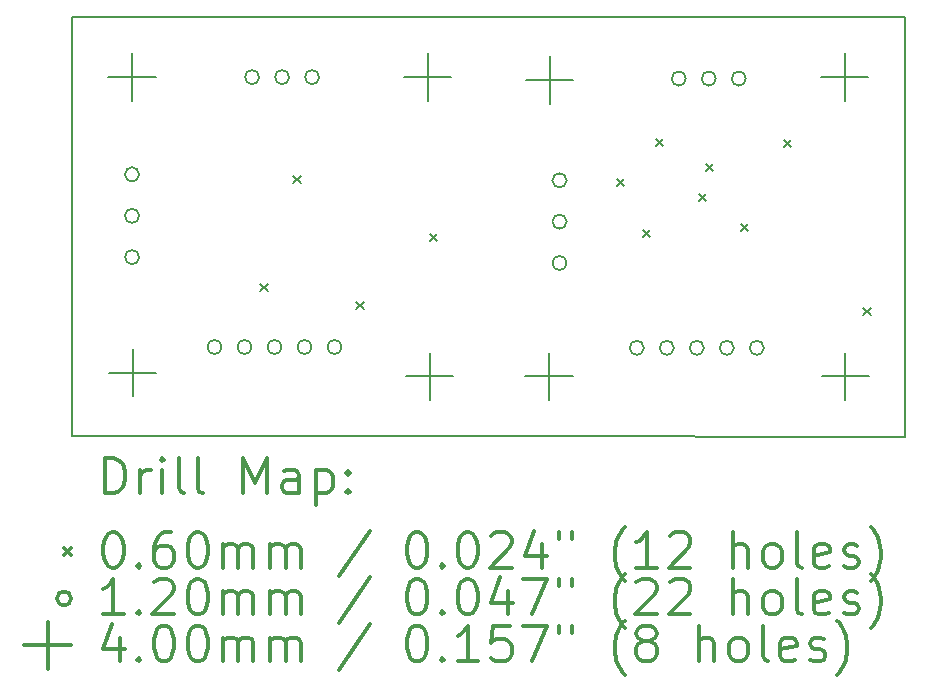
<source format=gbr>
%FSLAX45Y45*%
G04 Gerber Fmt 4.5, Leading zero omitted, Abs format (unit mm)*
G04 Created by KiCad (PCBNEW 5.0.2+dfsg1-1~bpo9+1) date dim. 03 nov. 2019 17:20:15 CET*
%MOMM*%
%LPD*%
G01*
G04 APERTURE LIST*
%ADD10C,0.200000*%
%ADD11C,0.150000*%
%ADD12C,0.300000*%
G04 APERTURE END LIST*
D10*
X18357850Y-12573000D02*
X14827250Y-12566650D01*
X18351500Y-9017000D02*
X18357850Y-12573000D01*
X14827250Y-9017000D02*
X18351500Y-9017000D01*
D11*
X11303000Y-12566650D02*
X11303000Y-9017000D01*
X14827250Y-12566650D02*
X11303000Y-12566650D01*
X11303000Y-9017000D02*
X14827250Y-9017000D01*
D10*
X12898600Y-11273000D02*
X12958600Y-11333000D01*
X12958600Y-11273000D02*
X12898600Y-11333000D01*
X13178000Y-10358600D02*
X13238000Y-10418600D01*
X13238000Y-10358600D02*
X13178000Y-10418600D01*
X13711400Y-11425400D02*
X13771400Y-11485400D01*
X13771400Y-11425400D02*
X13711400Y-11485400D01*
X14332300Y-10852250D02*
X14392300Y-10912250D01*
X14392300Y-10852250D02*
X14332300Y-10912250D01*
X15914850Y-10390350D02*
X15974850Y-10450350D01*
X15974850Y-10390350D02*
X15914850Y-10450350D01*
X16137350Y-10815800D02*
X16197350Y-10875800D01*
X16197350Y-10815800D02*
X16137350Y-10875800D01*
X16245050Y-10047450D02*
X16305050Y-10107450D01*
X16305050Y-10047450D02*
X16245050Y-10107450D01*
X16613350Y-10517350D02*
X16673350Y-10577350D01*
X16673350Y-10517350D02*
X16613350Y-10577350D01*
X16670500Y-10257000D02*
X16730500Y-10317000D01*
X16730500Y-10257000D02*
X16670500Y-10317000D01*
X16965549Y-10771578D02*
X17025549Y-10831578D01*
X17025549Y-10771578D02*
X16965549Y-10831578D01*
X17330900Y-10060150D02*
X17390900Y-10120150D01*
X17390900Y-10060150D02*
X17330900Y-10120150D01*
X18004000Y-11482550D02*
X18064000Y-11542550D01*
X18064000Y-11482550D02*
X18004000Y-11542550D01*
X12569500Y-11811000D02*
G75*
G03X12569500Y-11811000I-60000J0D01*
G01*
X12823500Y-11811000D02*
G75*
G03X12823500Y-11811000I-60000J0D01*
G01*
X13077500Y-11811000D02*
G75*
G03X13077500Y-11811000I-60000J0D01*
G01*
X13331500Y-11811000D02*
G75*
G03X13331500Y-11811000I-60000J0D01*
G01*
X13585500Y-11811000D02*
G75*
G03X13585500Y-11811000I-60000J0D01*
G01*
X16500150Y-9537700D02*
G75*
G03X16500150Y-9537700I-60000J0D01*
G01*
X16754150Y-9537700D02*
G75*
G03X16754150Y-9537700I-60000J0D01*
G01*
X17008150Y-9537700D02*
G75*
G03X17008150Y-9537700I-60000J0D01*
G01*
X16144550Y-11817350D02*
G75*
G03X16144550Y-11817350I-60000J0D01*
G01*
X16398550Y-11817350D02*
G75*
G03X16398550Y-11817350I-60000J0D01*
G01*
X16652550Y-11817350D02*
G75*
G03X16652550Y-11817350I-60000J0D01*
G01*
X16906550Y-11817350D02*
G75*
G03X16906550Y-11817350I-60000J0D01*
G01*
X17160550Y-11817350D02*
G75*
G03X17160550Y-11817350I-60000J0D01*
G01*
X15490500Y-10399800D02*
G75*
G03X15490500Y-10399800I-60000J0D01*
G01*
X15490500Y-10749800D02*
G75*
G03X15490500Y-10749800I-60000J0D01*
G01*
X15490500Y-11099800D02*
G75*
G03X15490500Y-11099800I-60000J0D01*
G01*
X12887000Y-9525000D02*
G75*
G03X12887000Y-9525000I-60000J0D01*
G01*
X13141000Y-9525000D02*
G75*
G03X13141000Y-9525000I-60000J0D01*
G01*
X13395000Y-9525000D02*
G75*
G03X13395000Y-9525000I-60000J0D01*
G01*
X11871000Y-10349000D02*
G75*
G03X11871000Y-10349000I-60000J0D01*
G01*
X11871000Y-10699000D02*
G75*
G03X11871000Y-10699000I-60000J0D01*
G01*
X11871000Y-11049000D02*
G75*
G03X11871000Y-11049000I-60000J0D01*
G01*
X11817350Y-11826900D02*
X11817350Y-12226900D01*
X11617350Y-12026900D02*
X12017350Y-12026900D01*
X14331950Y-11858650D02*
X14331950Y-12258650D01*
X14131950Y-12058650D02*
X14531950Y-12058650D01*
X14312900Y-9325000D02*
X14312900Y-9725000D01*
X14112900Y-9525000D02*
X14512900Y-9525000D01*
X17843500Y-9325000D02*
X17843500Y-9725000D01*
X17643500Y-9525000D02*
X18043500Y-9525000D01*
X15341600Y-11858650D02*
X15341600Y-12258650D01*
X15141600Y-12058650D02*
X15541600Y-12058650D01*
X17849850Y-11858650D02*
X17849850Y-12258650D01*
X17649850Y-12058650D02*
X18049850Y-12058650D01*
X15347950Y-9350400D02*
X15347950Y-9750400D01*
X15147950Y-9550400D02*
X15547950Y-9550400D01*
X11811000Y-9325000D02*
X11811000Y-9725000D01*
X11611000Y-9525000D02*
X12011000Y-9525000D01*
D12*
X11581928Y-13048714D02*
X11581928Y-12748714D01*
X11653357Y-12748714D01*
X11696214Y-12763000D01*
X11724786Y-12791571D01*
X11739071Y-12820143D01*
X11753357Y-12877286D01*
X11753357Y-12920143D01*
X11739071Y-12977286D01*
X11724786Y-13005857D01*
X11696214Y-13034429D01*
X11653357Y-13048714D01*
X11581928Y-13048714D01*
X11881928Y-13048714D02*
X11881928Y-12848714D01*
X11881928Y-12905857D02*
X11896214Y-12877286D01*
X11910500Y-12863000D01*
X11939071Y-12848714D01*
X11967643Y-12848714D01*
X12067643Y-13048714D02*
X12067643Y-12848714D01*
X12067643Y-12748714D02*
X12053357Y-12763000D01*
X12067643Y-12777286D01*
X12081928Y-12763000D01*
X12067643Y-12748714D01*
X12067643Y-12777286D01*
X12253357Y-13048714D02*
X12224786Y-13034429D01*
X12210500Y-13005857D01*
X12210500Y-12748714D01*
X12410500Y-13048714D02*
X12381928Y-13034429D01*
X12367643Y-13005857D01*
X12367643Y-12748714D01*
X12753357Y-13048714D02*
X12753357Y-12748714D01*
X12853357Y-12963000D01*
X12953357Y-12748714D01*
X12953357Y-13048714D01*
X13224786Y-13048714D02*
X13224786Y-12891571D01*
X13210500Y-12863000D01*
X13181928Y-12848714D01*
X13124786Y-12848714D01*
X13096214Y-12863000D01*
X13224786Y-13034429D02*
X13196214Y-13048714D01*
X13124786Y-13048714D01*
X13096214Y-13034429D01*
X13081928Y-13005857D01*
X13081928Y-12977286D01*
X13096214Y-12948714D01*
X13124786Y-12934429D01*
X13196214Y-12934429D01*
X13224786Y-12920143D01*
X13367643Y-12848714D02*
X13367643Y-13148714D01*
X13367643Y-12863000D02*
X13396214Y-12848714D01*
X13453357Y-12848714D01*
X13481928Y-12863000D01*
X13496214Y-12877286D01*
X13510500Y-12905857D01*
X13510500Y-12991571D01*
X13496214Y-13020143D01*
X13481928Y-13034429D01*
X13453357Y-13048714D01*
X13396214Y-13048714D01*
X13367643Y-13034429D01*
X13639071Y-13020143D02*
X13653357Y-13034429D01*
X13639071Y-13048714D01*
X13624786Y-13034429D01*
X13639071Y-13020143D01*
X13639071Y-13048714D01*
X13639071Y-12863000D02*
X13653357Y-12877286D01*
X13639071Y-12891571D01*
X13624786Y-12877286D01*
X13639071Y-12863000D01*
X13639071Y-12891571D01*
X11235500Y-13513000D02*
X11295500Y-13573000D01*
X11295500Y-13513000D02*
X11235500Y-13573000D01*
X11639071Y-13378714D02*
X11667643Y-13378714D01*
X11696214Y-13393000D01*
X11710500Y-13407286D01*
X11724786Y-13435857D01*
X11739071Y-13493000D01*
X11739071Y-13564429D01*
X11724786Y-13621571D01*
X11710500Y-13650143D01*
X11696214Y-13664429D01*
X11667643Y-13678714D01*
X11639071Y-13678714D01*
X11610500Y-13664429D01*
X11596214Y-13650143D01*
X11581928Y-13621571D01*
X11567643Y-13564429D01*
X11567643Y-13493000D01*
X11581928Y-13435857D01*
X11596214Y-13407286D01*
X11610500Y-13393000D01*
X11639071Y-13378714D01*
X11867643Y-13650143D02*
X11881928Y-13664429D01*
X11867643Y-13678714D01*
X11853357Y-13664429D01*
X11867643Y-13650143D01*
X11867643Y-13678714D01*
X12139071Y-13378714D02*
X12081928Y-13378714D01*
X12053357Y-13393000D01*
X12039071Y-13407286D01*
X12010500Y-13450143D01*
X11996214Y-13507286D01*
X11996214Y-13621571D01*
X12010500Y-13650143D01*
X12024786Y-13664429D01*
X12053357Y-13678714D01*
X12110500Y-13678714D01*
X12139071Y-13664429D01*
X12153357Y-13650143D01*
X12167643Y-13621571D01*
X12167643Y-13550143D01*
X12153357Y-13521571D01*
X12139071Y-13507286D01*
X12110500Y-13493000D01*
X12053357Y-13493000D01*
X12024786Y-13507286D01*
X12010500Y-13521571D01*
X11996214Y-13550143D01*
X12353357Y-13378714D02*
X12381928Y-13378714D01*
X12410500Y-13393000D01*
X12424786Y-13407286D01*
X12439071Y-13435857D01*
X12453357Y-13493000D01*
X12453357Y-13564429D01*
X12439071Y-13621571D01*
X12424786Y-13650143D01*
X12410500Y-13664429D01*
X12381928Y-13678714D01*
X12353357Y-13678714D01*
X12324786Y-13664429D01*
X12310500Y-13650143D01*
X12296214Y-13621571D01*
X12281928Y-13564429D01*
X12281928Y-13493000D01*
X12296214Y-13435857D01*
X12310500Y-13407286D01*
X12324786Y-13393000D01*
X12353357Y-13378714D01*
X12581928Y-13678714D02*
X12581928Y-13478714D01*
X12581928Y-13507286D02*
X12596214Y-13493000D01*
X12624786Y-13478714D01*
X12667643Y-13478714D01*
X12696214Y-13493000D01*
X12710500Y-13521571D01*
X12710500Y-13678714D01*
X12710500Y-13521571D02*
X12724786Y-13493000D01*
X12753357Y-13478714D01*
X12796214Y-13478714D01*
X12824786Y-13493000D01*
X12839071Y-13521571D01*
X12839071Y-13678714D01*
X12981928Y-13678714D02*
X12981928Y-13478714D01*
X12981928Y-13507286D02*
X12996214Y-13493000D01*
X13024786Y-13478714D01*
X13067643Y-13478714D01*
X13096214Y-13493000D01*
X13110500Y-13521571D01*
X13110500Y-13678714D01*
X13110500Y-13521571D02*
X13124786Y-13493000D01*
X13153357Y-13478714D01*
X13196214Y-13478714D01*
X13224786Y-13493000D01*
X13239071Y-13521571D01*
X13239071Y-13678714D01*
X13824786Y-13364429D02*
X13567643Y-13750143D01*
X14210500Y-13378714D02*
X14239071Y-13378714D01*
X14267643Y-13393000D01*
X14281928Y-13407286D01*
X14296214Y-13435857D01*
X14310500Y-13493000D01*
X14310500Y-13564429D01*
X14296214Y-13621571D01*
X14281928Y-13650143D01*
X14267643Y-13664429D01*
X14239071Y-13678714D01*
X14210500Y-13678714D01*
X14181928Y-13664429D01*
X14167643Y-13650143D01*
X14153357Y-13621571D01*
X14139071Y-13564429D01*
X14139071Y-13493000D01*
X14153357Y-13435857D01*
X14167643Y-13407286D01*
X14181928Y-13393000D01*
X14210500Y-13378714D01*
X14439071Y-13650143D02*
X14453357Y-13664429D01*
X14439071Y-13678714D01*
X14424786Y-13664429D01*
X14439071Y-13650143D01*
X14439071Y-13678714D01*
X14639071Y-13378714D02*
X14667643Y-13378714D01*
X14696214Y-13393000D01*
X14710500Y-13407286D01*
X14724786Y-13435857D01*
X14739071Y-13493000D01*
X14739071Y-13564429D01*
X14724786Y-13621571D01*
X14710500Y-13650143D01*
X14696214Y-13664429D01*
X14667643Y-13678714D01*
X14639071Y-13678714D01*
X14610500Y-13664429D01*
X14596214Y-13650143D01*
X14581928Y-13621571D01*
X14567643Y-13564429D01*
X14567643Y-13493000D01*
X14581928Y-13435857D01*
X14596214Y-13407286D01*
X14610500Y-13393000D01*
X14639071Y-13378714D01*
X14853357Y-13407286D02*
X14867643Y-13393000D01*
X14896214Y-13378714D01*
X14967643Y-13378714D01*
X14996214Y-13393000D01*
X15010500Y-13407286D01*
X15024786Y-13435857D01*
X15024786Y-13464429D01*
X15010500Y-13507286D01*
X14839071Y-13678714D01*
X15024786Y-13678714D01*
X15281928Y-13478714D02*
X15281928Y-13678714D01*
X15210500Y-13364429D02*
X15139071Y-13578714D01*
X15324786Y-13578714D01*
X15424786Y-13378714D02*
X15424786Y-13435857D01*
X15539071Y-13378714D02*
X15539071Y-13435857D01*
X15981928Y-13793000D02*
X15967643Y-13778714D01*
X15939071Y-13735857D01*
X15924786Y-13707286D01*
X15910500Y-13664429D01*
X15896214Y-13593000D01*
X15896214Y-13535857D01*
X15910500Y-13464429D01*
X15924786Y-13421571D01*
X15939071Y-13393000D01*
X15967643Y-13350143D01*
X15981928Y-13335857D01*
X16253357Y-13678714D02*
X16081928Y-13678714D01*
X16167643Y-13678714D02*
X16167643Y-13378714D01*
X16139071Y-13421571D01*
X16110500Y-13450143D01*
X16081928Y-13464429D01*
X16367643Y-13407286D02*
X16381928Y-13393000D01*
X16410500Y-13378714D01*
X16481928Y-13378714D01*
X16510500Y-13393000D01*
X16524786Y-13407286D01*
X16539071Y-13435857D01*
X16539071Y-13464429D01*
X16524786Y-13507286D01*
X16353357Y-13678714D01*
X16539071Y-13678714D01*
X16896214Y-13678714D02*
X16896214Y-13378714D01*
X17024786Y-13678714D02*
X17024786Y-13521571D01*
X17010500Y-13493000D01*
X16981928Y-13478714D01*
X16939071Y-13478714D01*
X16910500Y-13493000D01*
X16896214Y-13507286D01*
X17210500Y-13678714D02*
X17181928Y-13664429D01*
X17167643Y-13650143D01*
X17153357Y-13621571D01*
X17153357Y-13535857D01*
X17167643Y-13507286D01*
X17181928Y-13493000D01*
X17210500Y-13478714D01*
X17253357Y-13478714D01*
X17281928Y-13493000D01*
X17296214Y-13507286D01*
X17310500Y-13535857D01*
X17310500Y-13621571D01*
X17296214Y-13650143D01*
X17281928Y-13664429D01*
X17253357Y-13678714D01*
X17210500Y-13678714D01*
X17481928Y-13678714D02*
X17453357Y-13664429D01*
X17439071Y-13635857D01*
X17439071Y-13378714D01*
X17710500Y-13664429D02*
X17681928Y-13678714D01*
X17624786Y-13678714D01*
X17596214Y-13664429D01*
X17581928Y-13635857D01*
X17581928Y-13521571D01*
X17596214Y-13493000D01*
X17624786Y-13478714D01*
X17681928Y-13478714D01*
X17710500Y-13493000D01*
X17724786Y-13521571D01*
X17724786Y-13550143D01*
X17581928Y-13578714D01*
X17839071Y-13664429D02*
X17867643Y-13678714D01*
X17924786Y-13678714D01*
X17953357Y-13664429D01*
X17967643Y-13635857D01*
X17967643Y-13621571D01*
X17953357Y-13593000D01*
X17924786Y-13578714D01*
X17881928Y-13578714D01*
X17853357Y-13564429D01*
X17839071Y-13535857D01*
X17839071Y-13521571D01*
X17853357Y-13493000D01*
X17881928Y-13478714D01*
X17924786Y-13478714D01*
X17953357Y-13493000D01*
X18067643Y-13793000D02*
X18081928Y-13778714D01*
X18110500Y-13735857D01*
X18124786Y-13707286D01*
X18139071Y-13664429D01*
X18153357Y-13593000D01*
X18153357Y-13535857D01*
X18139071Y-13464429D01*
X18124786Y-13421571D01*
X18110500Y-13393000D01*
X18081928Y-13350143D01*
X18067643Y-13335857D01*
X11295500Y-13939000D02*
G75*
G03X11295500Y-13939000I-60000J0D01*
G01*
X11739071Y-14074714D02*
X11567643Y-14074714D01*
X11653357Y-14074714D02*
X11653357Y-13774714D01*
X11624786Y-13817571D01*
X11596214Y-13846143D01*
X11567643Y-13860429D01*
X11867643Y-14046143D02*
X11881928Y-14060429D01*
X11867643Y-14074714D01*
X11853357Y-14060429D01*
X11867643Y-14046143D01*
X11867643Y-14074714D01*
X11996214Y-13803286D02*
X12010500Y-13789000D01*
X12039071Y-13774714D01*
X12110500Y-13774714D01*
X12139071Y-13789000D01*
X12153357Y-13803286D01*
X12167643Y-13831857D01*
X12167643Y-13860429D01*
X12153357Y-13903286D01*
X11981928Y-14074714D01*
X12167643Y-14074714D01*
X12353357Y-13774714D02*
X12381928Y-13774714D01*
X12410500Y-13789000D01*
X12424786Y-13803286D01*
X12439071Y-13831857D01*
X12453357Y-13889000D01*
X12453357Y-13960429D01*
X12439071Y-14017571D01*
X12424786Y-14046143D01*
X12410500Y-14060429D01*
X12381928Y-14074714D01*
X12353357Y-14074714D01*
X12324786Y-14060429D01*
X12310500Y-14046143D01*
X12296214Y-14017571D01*
X12281928Y-13960429D01*
X12281928Y-13889000D01*
X12296214Y-13831857D01*
X12310500Y-13803286D01*
X12324786Y-13789000D01*
X12353357Y-13774714D01*
X12581928Y-14074714D02*
X12581928Y-13874714D01*
X12581928Y-13903286D02*
X12596214Y-13889000D01*
X12624786Y-13874714D01*
X12667643Y-13874714D01*
X12696214Y-13889000D01*
X12710500Y-13917571D01*
X12710500Y-14074714D01*
X12710500Y-13917571D02*
X12724786Y-13889000D01*
X12753357Y-13874714D01*
X12796214Y-13874714D01*
X12824786Y-13889000D01*
X12839071Y-13917571D01*
X12839071Y-14074714D01*
X12981928Y-14074714D02*
X12981928Y-13874714D01*
X12981928Y-13903286D02*
X12996214Y-13889000D01*
X13024786Y-13874714D01*
X13067643Y-13874714D01*
X13096214Y-13889000D01*
X13110500Y-13917571D01*
X13110500Y-14074714D01*
X13110500Y-13917571D02*
X13124786Y-13889000D01*
X13153357Y-13874714D01*
X13196214Y-13874714D01*
X13224786Y-13889000D01*
X13239071Y-13917571D01*
X13239071Y-14074714D01*
X13824786Y-13760429D02*
X13567643Y-14146143D01*
X14210500Y-13774714D02*
X14239071Y-13774714D01*
X14267643Y-13789000D01*
X14281928Y-13803286D01*
X14296214Y-13831857D01*
X14310500Y-13889000D01*
X14310500Y-13960429D01*
X14296214Y-14017571D01*
X14281928Y-14046143D01*
X14267643Y-14060429D01*
X14239071Y-14074714D01*
X14210500Y-14074714D01*
X14181928Y-14060429D01*
X14167643Y-14046143D01*
X14153357Y-14017571D01*
X14139071Y-13960429D01*
X14139071Y-13889000D01*
X14153357Y-13831857D01*
X14167643Y-13803286D01*
X14181928Y-13789000D01*
X14210500Y-13774714D01*
X14439071Y-14046143D02*
X14453357Y-14060429D01*
X14439071Y-14074714D01*
X14424786Y-14060429D01*
X14439071Y-14046143D01*
X14439071Y-14074714D01*
X14639071Y-13774714D02*
X14667643Y-13774714D01*
X14696214Y-13789000D01*
X14710500Y-13803286D01*
X14724786Y-13831857D01*
X14739071Y-13889000D01*
X14739071Y-13960429D01*
X14724786Y-14017571D01*
X14710500Y-14046143D01*
X14696214Y-14060429D01*
X14667643Y-14074714D01*
X14639071Y-14074714D01*
X14610500Y-14060429D01*
X14596214Y-14046143D01*
X14581928Y-14017571D01*
X14567643Y-13960429D01*
X14567643Y-13889000D01*
X14581928Y-13831857D01*
X14596214Y-13803286D01*
X14610500Y-13789000D01*
X14639071Y-13774714D01*
X14996214Y-13874714D02*
X14996214Y-14074714D01*
X14924786Y-13760429D02*
X14853357Y-13974714D01*
X15039071Y-13974714D01*
X15124786Y-13774714D02*
X15324786Y-13774714D01*
X15196214Y-14074714D01*
X15424786Y-13774714D02*
X15424786Y-13831857D01*
X15539071Y-13774714D02*
X15539071Y-13831857D01*
X15981928Y-14189000D02*
X15967643Y-14174714D01*
X15939071Y-14131857D01*
X15924786Y-14103286D01*
X15910500Y-14060429D01*
X15896214Y-13989000D01*
X15896214Y-13931857D01*
X15910500Y-13860429D01*
X15924786Y-13817571D01*
X15939071Y-13789000D01*
X15967643Y-13746143D01*
X15981928Y-13731857D01*
X16081928Y-13803286D02*
X16096214Y-13789000D01*
X16124786Y-13774714D01*
X16196214Y-13774714D01*
X16224786Y-13789000D01*
X16239071Y-13803286D01*
X16253357Y-13831857D01*
X16253357Y-13860429D01*
X16239071Y-13903286D01*
X16067643Y-14074714D01*
X16253357Y-14074714D01*
X16367643Y-13803286D02*
X16381928Y-13789000D01*
X16410500Y-13774714D01*
X16481928Y-13774714D01*
X16510500Y-13789000D01*
X16524786Y-13803286D01*
X16539071Y-13831857D01*
X16539071Y-13860429D01*
X16524786Y-13903286D01*
X16353357Y-14074714D01*
X16539071Y-14074714D01*
X16896214Y-14074714D02*
X16896214Y-13774714D01*
X17024786Y-14074714D02*
X17024786Y-13917571D01*
X17010500Y-13889000D01*
X16981928Y-13874714D01*
X16939071Y-13874714D01*
X16910500Y-13889000D01*
X16896214Y-13903286D01*
X17210500Y-14074714D02*
X17181928Y-14060429D01*
X17167643Y-14046143D01*
X17153357Y-14017571D01*
X17153357Y-13931857D01*
X17167643Y-13903286D01*
X17181928Y-13889000D01*
X17210500Y-13874714D01*
X17253357Y-13874714D01*
X17281928Y-13889000D01*
X17296214Y-13903286D01*
X17310500Y-13931857D01*
X17310500Y-14017571D01*
X17296214Y-14046143D01*
X17281928Y-14060429D01*
X17253357Y-14074714D01*
X17210500Y-14074714D01*
X17481928Y-14074714D02*
X17453357Y-14060429D01*
X17439071Y-14031857D01*
X17439071Y-13774714D01*
X17710500Y-14060429D02*
X17681928Y-14074714D01*
X17624786Y-14074714D01*
X17596214Y-14060429D01*
X17581928Y-14031857D01*
X17581928Y-13917571D01*
X17596214Y-13889000D01*
X17624786Y-13874714D01*
X17681928Y-13874714D01*
X17710500Y-13889000D01*
X17724786Y-13917571D01*
X17724786Y-13946143D01*
X17581928Y-13974714D01*
X17839071Y-14060429D02*
X17867643Y-14074714D01*
X17924786Y-14074714D01*
X17953357Y-14060429D01*
X17967643Y-14031857D01*
X17967643Y-14017571D01*
X17953357Y-13989000D01*
X17924786Y-13974714D01*
X17881928Y-13974714D01*
X17853357Y-13960429D01*
X17839071Y-13931857D01*
X17839071Y-13917571D01*
X17853357Y-13889000D01*
X17881928Y-13874714D01*
X17924786Y-13874714D01*
X17953357Y-13889000D01*
X18067643Y-14189000D02*
X18081928Y-14174714D01*
X18110500Y-14131857D01*
X18124786Y-14103286D01*
X18139071Y-14060429D01*
X18153357Y-13989000D01*
X18153357Y-13931857D01*
X18139071Y-13860429D01*
X18124786Y-13817571D01*
X18110500Y-13789000D01*
X18081928Y-13746143D01*
X18067643Y-13731857D01*
X11095500Y-14135000D02*
X11095500Y-14535000D01*
X10895500Y-14335000D02*
X11295500Y-14335000D01*
X11710500Y-14270714D02*
X11710500Y-14470714D01*
X11639071Y-14156429D02*
X11567643Y-14370714D01*
X11753357Y-14370714D01*
X11867643Y-14442143D02*
X11881928Y-14456429D01*
X11867643Y-14470714D01*
X11853357Y-14456429D01*
X11867643Y-14442143D01*
X11867643Y-14470714D01*
X12067643Y-14170714D02*
X12096214Y-14170714D01*
X12124786Y-14185000D01*
X12139071Y-14199286D01*
X12153357Y-14227857D01*
X12167643Y-14285000D01*
X12167643Y-14356429D01*
X12153357Y-14413571D01*
X12139071Y-14442143D01*
X12124786Y-14456429D01*
X12096214Y-14470714D01*
X12067643Y-14470714D01*
X12039071Y-14456429D01*
X12024786Y-14442143D01*
X12010500Y-14413571D01*
X11996214Y-14356429D01*
X11996214Y-14285000D01*
X12010500Y-14227857D01*
X12024786Y-14199286D01*
X12039071Y-14185000D01*
X12067643Y-14170714D01*
X12353357Y-14170714D02*
X12381928Y-14170714D01*
X12410500Y-14185000D01*
X12424786Y-14199286D01*
X12439071Y-14227857D01*
X12453357Y-14285000D01*
X12453357Y-14356429D01*
X12439071Y-14413571D01*
X12424786Y-14442143D01*
X12410500Y-14456429D01*
X12381928Y-14470714D01*
X12353357Y-14470714D01*
X12324786Y-14456429D01*
X12310500Y-14442143D01*
X12296214Y-14413571D01*
X12281928Y-14356429D01*
X12281928Y-14285000D01*
X12296214Y-14227857D01*
X12310500Y-14199286D01*
X12324786Y-14185000D01*
X12353357Y-14170714D01*
X12581928Y-14470714D02*
X12581928Y-14270714D01*
X12581928Y-14299286D02*
X12596214Y-14285000D01*
X12624786Y-14270714D01*
X12667643Y-14270714D01*
X12696214Y-14285000D01*
X12710500Y-14313571D01*
X12710500Y-14470714D01*
X12710500Y-14313571D02*
X12724786Y-14285000D01*
X12753357Y-14270714D01*
X12796214Y-14270714D01*
X12824786Y-14285000D01*
X12839071Y-14313571D01*
X12839071Y-14470714D01*
X12981928Y-14470714D02*
X12981928Y-14270714D01*
X12981928Y-14299286D02*
X12996214Y-14285000D01*
X13024786Y-14270714D01*
X13067643Y-14270714D01*
X13096214Y-14285000D01*
X13110500Y-14313571D01*
X13110500Y-14470714D01*
X13110500Y-14313571D02*
X13124786Y-14285000D01*
X13153357Y-14270714D01*
X13196214Y-14270714D01*
X13224786Y-14285000D01*
X13239071Y-14313571D01*
X13239071Y-14470714D01*
X13824786Y-14156429D02*
X13567643Y-14542143D01*
X14210500Y-14170714D02*
X14239071Y-14170714D01*
X14267643Y-14185000D01*
X14281928Y-14199286D01*
X14296214Y-14227857D01*
X14310500Y-14285000D01*
X14310500Y-14356429D01*
X14296214Y-14413571D01*
X14281928Y-14442143D01*
X14267643Y-14456429D01*
X14239071Y-14470714D01*
X14210500Y-14470714D01*
X14181928Y-14456429D01*
X14167643Y-14442143D01*
X14153357Y-14413571D01*
X14139071Y-14356429D01*
X14139071Y-14285000D01*
X14153357Y-14227857D01*
X14167643Y-14199286D01*
X14181928Y-14185000D01*
X14210500Y-14170714D01*
X14439071Y-14442143D02*
X14453357Y-14456429D01*
X14439071Y-14470714D01*
X14424786Y-14456429D01*
X14439071Y-14442143D01*
X14439071Y-14470714D01*
X14739071Y-14470714D02*
X14567643Y-14470714D01*
X14653357Y-14470714D02*
X14653357Y-14170714D01*
X14624786Y-14213571D01*
X14596214Y-14242143D01*
X14567643Y-14256429D01*
X15010500Y-14170714D02*
X14867643Y-14170714D01*
X14853357Y-14313571D01*
X14867643Y-14299286D01*
X14896214Y-14285000D01*
X14967643Y-14285000D01*
X14996214Y-14299286D01*
X15010500Y-14313571D01*
X15024786Y-14342143D01*
X15024786Y-14413571D01*
X15010500Y-14442143D01*
X14996214Y-14456429D01*
X14967643Y-14470714D01*
X14896214Y-14470714D01*
X14867643Y-14456429D01*
X14853357Y-14442143D01*
X15124786Y-14170714D02*
X15324786Y-14170714D01*
X15196214Y-14470714D01*
X15424786Y-14170714D02*
X15424786Y-14227857D01*
X15539071Y-14170714D02*
X15539071Y-14227857D01*
X15981928Y-14585000D02*
X15967643Y-14570714D01*
X15939071Y-14527857D01*
X15924786Y-14499286D01*
X15910500Y-14456429D01*
X15896214Y-14385000D01*
X15896214Y-14327857D01*
X15910500Y-14256429D01*
X15924786Y-14213571D01*
X15939071Y-14185000D01*
X15967643Y-14142143D01*
X15981928Y-14127857D01*
X16139071Y-14299286D02*
X16110500Y-14285000D01*
X16096214Y-14270714D01*
X16081928Y-14242143D01*
X16081928Y-14227857D01*
X16096214Y-14199286D01*
X16110500Y-14185000D01*
X16139071Y-14170714D01*
X16196214Y-14170714D01*
X16224786Y-14185000D01*
X16239071Y-14199286D01*
X16253357Y-14227857D01*
X16253357Y-14242143D01*
X16239071Y-14270714D01*
X16224786Y-14285000D01*
X16196214Y-14299286D01*
X16139071Y-14299286D01*
X16110500Y-14313571D01*
X16096214Y-14327857D01*
X16081928Y-14356429D01*
X16081928Y-14413571D01*
X16096214Y-14442143D01*
X16110500Y-14456429D01*
X16139071Y-14470714D01*
X16196214Y-14470714D01*
X16224786Y-14456429D01*
X16239071Y-14442143D01*
X16253357Y-14413571D01*
X16253357Y-14356429D01*
X16239071Y-14327857D01*
X16224786Y-14313571D01*
X16196214Y-14299286D01*
X16610500Y-14470714D02*
X16610500Y-14170714D01*
X16739071Y-14470714D02*
X16739071Y-14313571D01*
X16724786Y-14285000D01*
X16696214Y-14270714D01*
X16653357Y-14270714D01*
X16624786Y-14285000D01*
X16610500Y-14299286D01*
X16924786Y-14470714D02*
X16896214Y-14456429D01*
X16881928Y-14442143D01*
X16867643Y-14413571D01*
X16867643Y-14327857D01*
X16881928Y-14299286D01*
X16896214Y-14285000D01*
X16924786Y-14270714D01*
X16967643Y-14270714D01*
X16996214Y-14285000D01*
X17010500Y-14299286D01*
X17024786Y-14327857D01*
X17024786Y-14413571D01*
X17010500Y-14442143D01*
X16996214Y-14456429D01*
X16967643Y-14470714D01*
X16924786Y-14470714D01*
X17196214Y-14470714D02*
X17167643Y-14456429D01*
X17153357Y-14427857D01*
X17153357Y-14170714D01*
X17424786Y-14456429D02*
X17396214Y-14470714D01*
X17339071Y-14470714D01*
X17310500Y-14456429D01*
X17296214Y-14427857D01*
X17296214Y-14313571D01*
X17310500Y-14285000D01*
X17339071Y-14270714D01*
X17396214Y-14270714D01*
X17424786Y-14285000D01*
X17439071Y-14313571D01*
X17439071Y-14342143D01*
X17296214Y-14370714D01*
X17553357Y-14456429D02*
X17581928Y-14470714D01*
X17639071Y-14470714D01*
X17667643Y-14456429D01*
X17681928Y-14427857D01*
X17681928Y-14413571D01*
X17667643Y-14385000D01*
X17639071Y-14370714D01*
X17596214Y-14370714D01*
X17567643Y-14356429D01*
X17553357Y-14327857D01*
X17553357Y-14313571D01*
X17567643Y-14285000D01*
X17596214Y-14270714D01*
X17639071Y-14270714D01*
X17667643Y-14285000D01*
X17781928Y-14585000D02*
X17796214Y-14570714D01*
X17824786Y-14527857D01*
X17839071Y-14499286D01*
X17853357Y-14456429D01*
X17867643Y-14385000D01*
X17867643Y-14327857D01*
X17853357Y-14256429D01*
X17839071Y-14213571D01*
X17824786Y-14185000D01*
X17796214Y-14142143D01*
X17781928Y-14127857D01*
M02*

</source>
